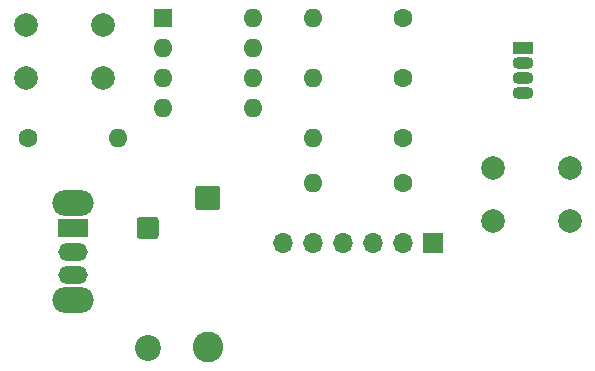
<source format=gbr>
%TF.GenerationSoftware,KiCad,Pcbnew,5.1.10-88a1d61d58~88~ubuntu18.04.1*%
%TF.CreationDate,2021-11-17T00:59:38+01:00*%
%TF.ProjectId,tuchoVen,74756368-6f56-4656-9e2e-6b696361645f,rev?*%
%TF.SameCoordinates,Original*%
%TF.FileFunction,Soldermask,Top*%
%TF.FilePolarity,Negative*%
%FSLAX46Y46*%
G04 Gerber Fmt 4.6, Leading zero omitted, Abs format (unit mm)*
G04 Created by KiCad (PCBNEW 5.1.10-88a1d61d58~88~ubuntu18.04.1) date 2021-11-17 00:59:38*
%MOMM*%
%LPD*%
G01*
G04 APERTURE LIST*
%ADD10R,1.800000X1.070000*%
%ADD11O,1.800000X1.070000*%
%ADD12R,1.700000X1.700000*%
%ADD13O,1.700000X1.700000*%
%ADD14C,1.600000*%
%ADD15O,1.600000X1.600000*%
%ADD16R,2.500000X1.500000*%
%ADD17O,2.500000X1.500000*%
%ADD18O,3.500000X2.200000*%
%ADD19C,2.000000*%
%ADD20R,1.600000X1.600000*%
%ADD21C,2.600000*%
%ADD22C,2.200000*%
G04 APERTURE END LIST*
D10*
%TO.C,D1*%
X213360000Y-53340000D03*
D11*
X213360000Y-54610000D03*
X213360000Y-55880000D03*
X213360000Y-57150000D03*
%TD*%
D12*
%TO.C,J1*%
X205740000Y-69850000D03*
D13*
X203200000Y-69850000D03*
X200660000Y-69850000D03*
X198120000Y-69850000D03*
X195580000Y-69850000D03*
X193040000Y-69850000D03*
%TD*%
D14*
%TO.C,R1*%
X203200000Y-50800000D03*
D15*
X195580000Y-50800000D03*
%TD*%
D14*
%TO.C,R2*%
X203200000Y-55880000D03*
D15*
X195580000Y-55880000D03*
%TD*%
D14*
%TO.C,R3*%
X171450000Y-60960000D03*
D15*
X179070000Y-60960000D03*
%TD*%
%TO.C,R4*%
X195580000Y-64770000D03*
D14*
X203200000Y-64770000D03*
%TD*%
D15*
%TO.C,R5*%
X195580000Y-60960000D03*
D14*
X203200000Y-60960000D03*
%TD*%
D16*
%TO.C,SW1*%
X175260000Y-68580000D03*
D17*
X175260000Y-70580000D03*
X175260000Y-72580000D03*
D18*
X175260000Y-66480000D03*
X175260000Y-74680000D03*
%TD*%
D19*
%TO.C,SW2*%
X177800000Y-51380000D03*
X177800000Y-55880000D03*
X171300000Y-51380000D03*
X171300000Y-55880000D03*
%TD*%
%TO.C,SW3*%
X217320000Y-63500000D03*
X217320000Y-68000000D03*
X210820000Y-63500000D03*
X210820000Y-68000000D03*
%TD*%
D20*
%TO.C,U1*%
X182880000Y-50800000D03*
D15*
X190500000Y-58420000D03*
X182880000Y-53340000D03*
X190500000Y-55880000D03*
X182880000Y-55880000D03*
X190500000Y-53340000D03*
X182880000Y-58420000D03*
X190500000Y-50800000D03*
%TD*%
%TO.C,J2*%
G36*
G01*
X185640000Y-66840001D02*
X185640000Y-65239999D01*
G75*
G02*
X185889999Y-64990000I249999J0D01*
G01*
X187490001Y-64990000D01*
G75*
G02*
X187740000Y-65239999I0J-249999D01*
G01*
X187740000Y-66840001D01*
G75*
G02*
X187490001Y-67090000I-249999J0D01*
G01*
X185889999Y-67090000D01*
G75*
G02*
X185640000Y-66840001I0J249999D01*
G01*
G37*
D21*
X186690000Y-78640000D03*
%TD*%
%TO.C,J3*%
G36*
G01*
X180685000Y-69255001D02*
X180685000Y-67904999D01*
G75*
G02*
X180934999Y-67655000I249999J0D01*
G01*
X182285001Y-67655000D01*
G75*
G02*
X182535000Y-67904999I0J-249999D01*
G01*
X182535000Y-69255001D01*
G75*
G02*
X182285001Y-69505000I-249999J0D01*
G01*
X180934999Y-69505000D01*
G75*
G02*
X180685000Y-69255001I0J249999D01*
G01*
G37*
D22*
X181610000Y-78780000D03*
%TD*%
M02*

</source>
